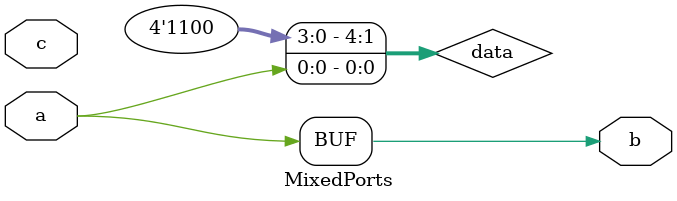
<source format=sv>
typedef struct packed {
  logic [3:0] field1;
  logic valid;
} my_struct_t;

module MixedPorts(input logic a, output logic b, inout wire c);
  my_struct_t data;

  always_comb begin
    data.field1 = 4'b1100;
    data.valid = a;
  end

  assign b = data.valid;
endmodule
</source>
